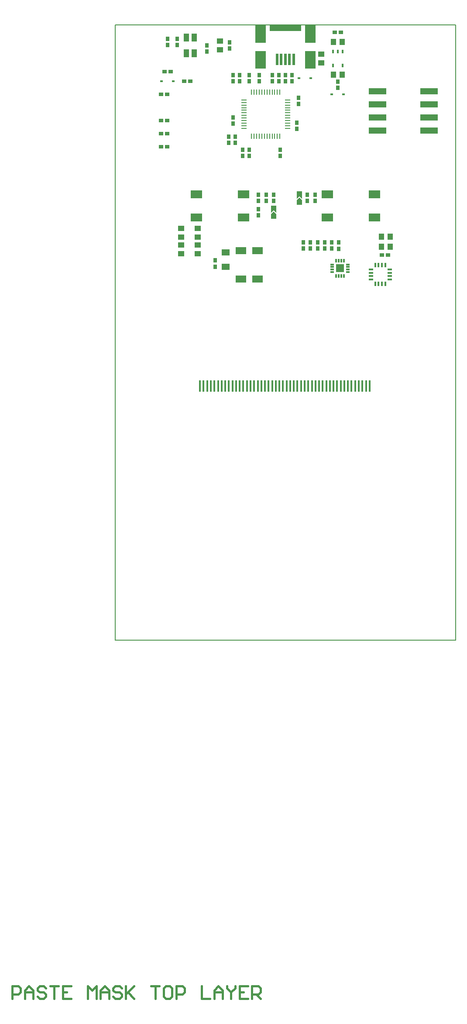
<source format=gtp>
G04 Layer_Color=8421504*
%FSLAX43Y43*%
%MOMM*%
G71*
G01*
G75*
%ADD10C,0.400*%
%ADD11C,0.127*%
%ADD12R,0.450X0.850*%
%ADD13R,0.850X0.450*%
%ADD14R,0.762X0.940*%
%ADD15R,6.200X1.200*%
%ADD16R,2.000X3.500*%
%ADD17R,0.508X2.300*%
%ADD18R,0.940X0.762*%
%ADD19R,1.200X1.100*%
%ADD20R,0.600X0.450*%
%ADD21R,1.100X1.200*%
%ADD22R,1.100X1.500*%
%ADD23R,1.016X0.813*%
%ADD24R,0.406X0.762*%
%ADD25R,2.160X1.520*%
%ADD26R,3.400X1.200*%
%ADD27R,1.524X1.270*%
%ADD28R,2.100X1.400*%
%ADD29R,1.000X0.200*%
%ADD30R,0.200X1.000*%
%ADD31R,0.400X2.200*%
%ADD32R,1.500X1.500*%
%ADD33R,0.300X0.800*%
%ADD34R,0.800X0.300*%
G36*
X31258Y82873D02*
X30750Y83381D01*
X30242Y82873D01*
Y83635D01*
X31258D01*
Y82873D01*
D02*
G37*
G36*
Y82619D02*
Y82365D01*
X30242D01*
Y82619D01*
X30750Y83127D01*
X31258Y82619D01*
D02*
G37*
G36*
X36258Y85623D02*
X35750Y86131D01*
X35242Y85623D01*
Y86385D01*
X36258D01*
Y85623D01*
D02*
G37*
G36*
Y85369D02*
Y85115D01*
X35242D01*
Y85369D01*
X35750Y85877D01*
X36258Y85369D01*
D02*
G37*
D10*
X-20000Y-69500D02*
Y-67051D01*
X-18775D01*
X-18367Y-67459D01*
Y-68275D01*
X-18775Y-68684D01*
X-20000D01*
X-17551Y-69500D02*
Y-67867D01*
X-16734Y-67051D01*
X-15918Y-67867D01*
Y-69500D01*
Y-68275D01*
X-17551D01*
X-13469Y-67459D02*
X-13877Y-67051D01*
X-14693D01*
X-15102Y-67459D01*
Y-67867D01*
X-14693Y-68275D01*
X-13877D01*
X-13469Y-68684D01*
Y-69092D01*
X-13877Y-69500D01*
X-14693D01*
X-15102Y-69092D01*
X-12652Y-67051D02*
X-11020D01*
X-11836D01*
Y-69500D01*
X-8570Y-67051D02*
X-10203D01*
Y-69500D01*
X-8570D01*
X-10203Y-68275D02*
X-9387D01*
X-5305Y-69500D02*
Y-67051D01*
X-4488Y-67867D01*
X-3672Y-67051D01*
Y-69500D01*
X-2856D02*
Y-67867D01*
X-2039Y-67051D01*
X-1223Y-67867D01*
Y-69500D01*
Y-68275D01*
X-2856D01*
X1226Y-67459D02*
X818Y-67051D01*
X2D01*
X-406Y-67459D01*
Y-67867D01*
X2Y-68275D01*
X818D01*
X1226Y-68684D01*
Y-69092D01*
X818Y-69500D01*
X2D01*
X-406Y-69092D01*
X2043Y-67051D02*
Y-69500D01*
Y-68684D01*
X3676Y-67051D01*
X2451Y-68275D01*
X3676Y-69500D01*
X6941Y-67051D02*
X8574D01*
X7758D01*
Y-69500D01*
X10615Y-67051D02*
X9799D01*
X9390Y-67459D01*
Y-69092D01*
X9799Y-69500D01*
X10615D01*
X11023Y-69092D01*
Y-67459D01*
X10615Y-67051D01*
X11840Y-69500D02*
Y-67051D01*
X13064D01*
X13473Y-67459D01*
Y-68275D01*
X13064Y-68684D01*
X11840D01*
X16738Y-67051D02*
Y-69500D01*
X18371D01*
X19187D02*
Y-67867D01*
X20004Y-67051D01*
X20820Y-67867D01*
Y-69500D01*
Y-68275D01*
X19187D01*
X21637Y-67051D02*
Y-67459D01*
X22453Y-68275D01*
X23269Y-67459D01*
Y-67051D01*
X22453Y-68275D02*
Y-69500D01*
X25719Y-67051D02*
X24086D01*
Y-69500D01*
X25719D01*
X24086Y-68275D02*
X24902D01*
X26535Y-69500D02*
Y-67051D01*
X27760D01*
X28168Y-67459D01*
Y-68275D01*
X27760Y-68684D01*
X26535D01*
X27351D02*
X28168Y-69500D01*
D11*
X0Y0D02*
Y119300D01*
X66000D01*
Y0D02*
Y119300D01*
X0Y0D02*
X66000D01*
D12*
X50440Y72700D02*
D03*
X51090D02*
D03*
X51740D02*
D03*
X52390D02*
D03*
Y69100D02*
D03*
X51740D02*
D03*
X51090D02*
D03*
X50440D02*
D03*
D13*
X53215Y71875D02*
D03*
Y71225D02*
D03*
Y70575D02*
D03*
Y69925D02*
D03*
X49615D02*
D03*
Y70575D02*
D03*
Y71225D02*
D03*
Y71875D02*
D03*
D14*
X27750Y86350D02*
D03*
Y85150D02*
D03*
X22205Y114725D02*
D03*
Y115925D02*
D03*
X37250Y85150D02*
D03*
Y86350D02*
D03*
X43160Y108305D02*
D03*
Y107105D02*
D03*
X30750Y86350D02*
D03*
Y85150D02*
D03*
X33000Y108375D02*
D03*
Y109575D02*
D03*
X24750Y93900D02*
D03*
Y95100D02*
D03*
X17760Y115290D02*
D03*
Y114090D02*
D03*
X22000Y97600D02*
D03*
Y96400D02*
D03*
X35540Y103930D02*
D03*
Y105130D02*
D03*
X26015Y109575D02*
D03*
Y108375D02*
D03*
X31730D02*
D03*
Y109575D02*
D03*
X38750Y85150D02*
D03*
Y86350D02*
D03*
X23250Y97600D02*
D03*
Y96400D02*
D03*
X10140Y116560D02*
D03*
Y115360D02*
D03*
X12045Y116560D02*
D03*
Y115360D02*
D03*
X19406Y72425D02*
D03*
Y73625D02*
D03*
X27750Y82400D02*
D03*
Y83600D02*
D03*
X22840Y108375D02*
D03*
Y109575D02*
D03*
Y101320D02*
D03*
Y100120D02*
D03*
X30460Y108375D02*
D03*
Y109575D02*
D03*
X26000Y93900D02*
D03*
Y95100D02*
D03*
X24110Y108375D02*
D03*
Y109575D02*
D03*
X32000Y93900D02*
D03*
Y95100D02*
D03*
X34270Y108375D02*
D03*
Y109575D02*
D03*
X29250Y86350D02*
D03*
Y85150D02*
D03*
X27920Y108375D02*
D03*
Y109575D02*
D03*
X35250Y100350D02*
D03*
Y99150D02*
D03*
X36500Y77100D02*
D03*
Y75900D02*
D03*
X37847Y77100D02*
D03*
Y75900D02*
D03*
X39250Y77100D02*
D03*
Y75900D02*
D03*
X40600Y77100D02*
D03*
Y75900D02*
D03*
X41965Y75900D02*
D03*
Y77100D02*
D03*
X43310Y77093D02*
D03*
Y75893D02*
D03*
D15*
X33000Y118675D02*
D03*
D16*
X37847Y117525D02*
D03*
Y112525D02*
D03*
X28147Y117525D02*
D03*
Y112525D02*
D03*
D17*
X31397Y112575D02*
D03*
X32197D02*
D03*
X32997D02*
D03*
X33797D02*
D03*
X34597D02*
D03*
D18*
X10105Y98180D02*
D03*
X8905D02*
D03*
X14550Y108340D02*
D03*
X13350D02*
D03*
X10105Y100720D02*
D03*
X8905D02*
D03*
X10105Y95640D02*
D03*
X8905D02*
D03*
X10740Y110245D02*
D03*
X9540D02*
D03*
X43760Y117865D02*
D03*
X42560D02*
D03*
X10105Y105800D02*
D03*
X8905D02*
D03*
X52900Y74700D02*
D03*
X51700D02*
D03*
D19*
X12750Y78150D02*
D03*
Y79850D02*
D03*
Y76600D02*
D03*
Y74900D02*
D03*
X20300Y116175D02*
D03*
Y114475D02*
D03*
X16000Y78150D02*
D03*
Y79850D02*
D03*
X39985Y113635D02*
D03*
Y111935D02*
D03*
X16000Y76600D02*
D03*
Y74900D02*
D03*
D20*
X8997Y108340D02*
D03*
X11283D02*
D03*
X44303Y105800D02*
D03*
X42017D02*
D03*
X35667Y108975D02*
D03*
X37953D02*
D03*
D21*
X44010Y115960D02*
D03*
X42310D02*
D03*
X51650Y78200D02*
D03*
X53350D02*
D03*
X53300Y76300D02*
D03*
X51600D02*
D03*
X44010Y109610D02*
D03*
X42310D02*
D03*
D22*
X13835Y113825D02*
D03*
Y116825D02*
D03*
X15335D02*
D03*
Y113825D02*
D03*
D23*
X35750Y84861D02*
D03*
Y86576D02*
D03*
X30750Y82111D02*
D03*
Y83826D02*
D03*
D24*
X44110Y114135D02*
D03*
X43160D02*
D03*
X42210D02*
D03*
Y111435D02*
D03*
X44110D02*
D03*
D25*
X50250Y86460D02*
D03*
Y81960D02*
D03*
X41150D02*
D03*
Y86460D02*
D03*
X24850Y81960D02*
D03*
Y86460D02*
D03*
X15750D02*
D03*
Y81960D02*
D03*
D26*
X60860Y106435D02*
D03*
X50860D02*
D03*
X60860Y103895D02*
D03*
X50860Y103895D02*
D03*
X60860Y101355D02*
D03*
X50860D02*
D03*
X60860Y98815D02*
D03*
X50860D02*
D03*
D27*
X21400Y72403D02*
D03*
Y75197D02*
D03*
D28*
X24415Y70030D02*
D03*
Y75530D02*
D03*
X27615D02*
D03*
Y70030D02*
D03*
D29*
X24940Y104740D02*
D03*
Y104240D02*
D03*
Y103740D02*
D03*
Y103240D02*
D03*
Y102740D02*
D03*
Y102240D02*
D03*
Y101740D02*
D03*
Y101240D02*
D03*
Y100740D02*
D03*
Y100240D02*
D03*
Y99740D02*
D03*
Y99240D02*
D03*
X33440D02*
D03*
Y99740D02*
D03*
Y100240D02*
D03*
Y100740D02*
D03*
Y101240D02*
D03*
Y101740D02*
D03*
Y102240D02*
D03*
Y102740D02*
D03*
Y103240D02*
D03*
Y103740D02*
D03*
Y104240D02*
D03*
Y104740D02*
D03*
D30*
X26440Y97740D02*
D03*
X26940D02*
D03*
X27440D02*
D03*
X27940D02*
D03*
X28440D02*
D03*
X28940D02*
D03*
X29440D02*
D03*
X29940D02*
D03*
X30440D02*
D03*
X30940D02*
D03*
X31440D02*
D03*
X31940D02*
D03*
Y106240D02*
D03*
X31440D02*
D03*
X30940D02*
D03*
X30440D02*
D03*
X29940D02*
D03*
X29440D02*
D03*
X28940D02*
D03*
X28440D02*
D03*
X27940D02*
D03*
X27440D02*
D03*
X26940D02*
D03*
X26440D02*
D03*
D31*
X16439Y49256D02*
D03*
X17139D02*
D03*
X17839D02*
D03*
X18539D02*
D03*
X19239D02*
D03*
X19939D02*
D03*
X20639D02*
D03*
X21339D02*
D03*
X22034Y49261D02*
D03*
X22739Y49256D02*
D03*
X23439D02*
D03*
X24139D02*
D03*
X24839D02*
D03*
X25539D02*
D03*
X26239D02*
D03*
X26939D02*
D03*
X27639D02*
D03*
X28339D02*
D03*
X29039D02*
D03*
X29739D02*
D03*
X30439D02*
D03*
X31139D02*
D03*
X31839D02*
D03*
X32539D02*
D03*
X33239D02*
D03*
X49339D02*
D03*
X48639D02*
D03*
X47939D02*
D03*
X47239D02*
D03*
X46539D02*
D03*
X45839D02*
D03*
X45139D02*
D03*
X44439D02*
D03*
X43739D02*
D03*
X43039D02*
D03*
X42339D02*
D03*
X41639D02*
D03*
X40939D02*
D03*
X40239D02*
D03*
X39539D02*
D03*
X38839D02*
D03*
X38139D02*
D03*
X37439D02*
D03*
X36739D02*
D03*
X36039D02*
D03*
X35339D02*
D03*
X34639D02*
D03*
X33939D02*
D03*
D32*
X43600Y72100D02*
D03*
D33*
X44350Y70600D02*
D03*
X43850D02*
D03*
X43350D02*
D03*
X42850D02*
D03*
Y73600D02*
D03*
X43350D02*
D03*
X43850D02*
D03*
X44350D02*
D03*
D34*
X42100Y71350D02*
D03*
Y71850D02*
D03*
Y72350D02*
D03*
Y72850D02*
D03*
X45100D02*
D03*
Y72350D02*
D03*
Y71850D02*
D03*
Y71350D02*
D03*
M02*

</source>
